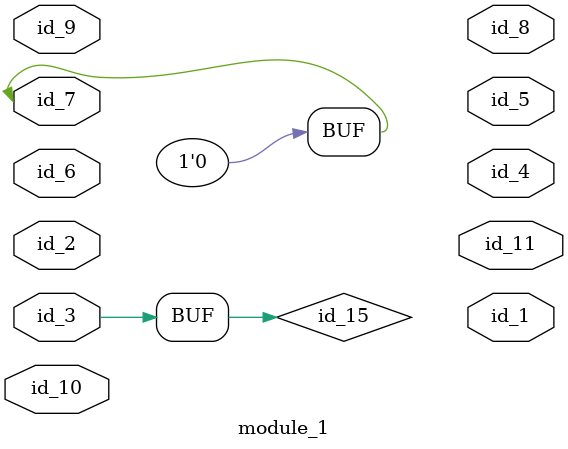
<source format=v>
module module_0 ();
  wire id_1;
endmodule
module module_1 (
    id_1,
    id_2,
    id_3,
    id_4,
    id_5,
    id_6,
    id_7,
    id_8,
    id_9,
    id_10,
    id_11
);
  output wire id_11;
  input wire id_10;
  input wire id_9;
  output wire id_8;
  inout wire id_7;
  input wire id_6;
  output wire id_5;
  output wire id_4;
  input wire id_3;
  input wire id_2;
  output wire id_1;
  parameter id_12 = id_9;
  wire id_13;
  assign id_7 = 1'b0;
  wire id_14, id_15 = id_3[-1'b0];
  parameter id_16 = id_10;
  module_0 modCall_1 ();
endmodule

</source>
